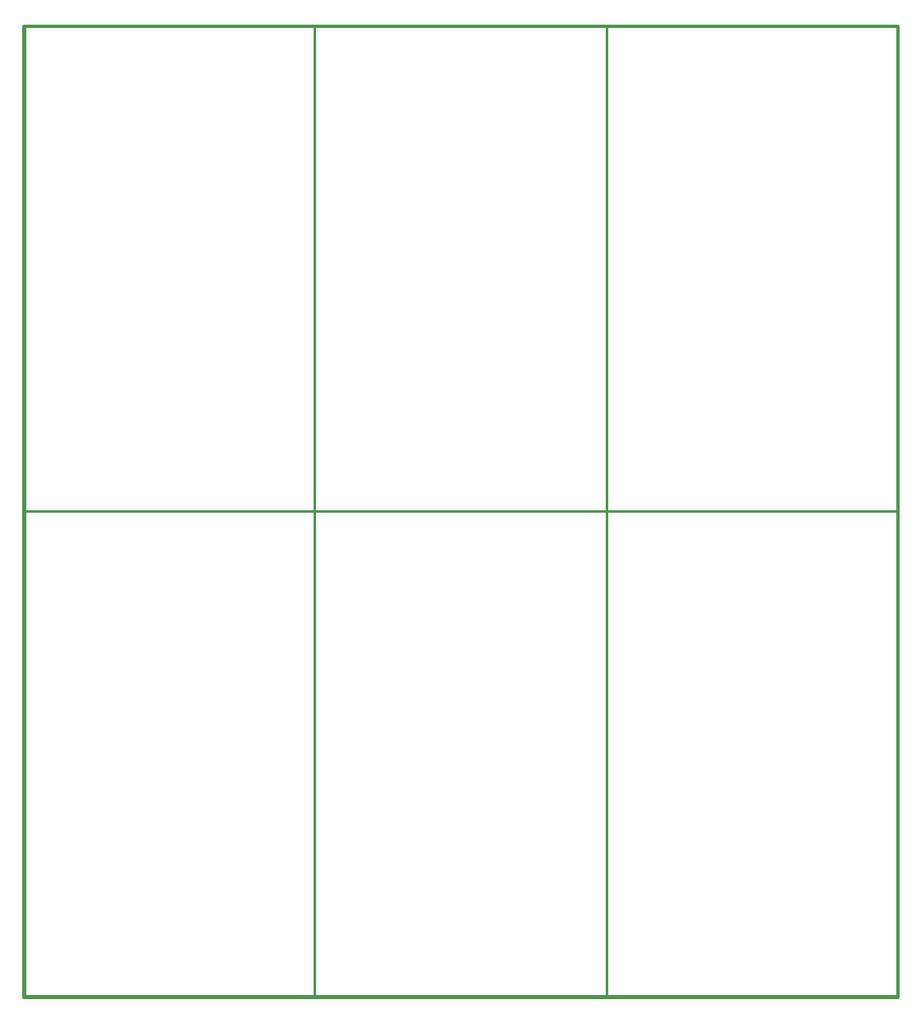
<source format=gko>
G04*
G04 #@! TF.GenerationSoftware,Altium Limited,Altium Designer,20.1.11 (218)*
G04*
G04 Layer_Color=16711935*
%FSLAX25Y25*%
%MOIN*%
G70*
G04*
G04 #@! TF.SameCoordinates,9421AAF7-A1CE-47F4-AB83-8062CB6876A7*
G04*
G04*
G04 #@! TF.FilePolarity,Positive*
G04*
G01*
G75*
%ADD19C,0.01000*%
D19*
X560700Y102500D02*
X560800Y102600D01*
Y494900D01*
X207600Y102500D02*
X560700D01*
X207600Y495200D02*
X207600Y102500D01*
X207600Y495200D02*
X560500D01*
X560800Y494900D01*
X443261Y102500D02*
X443261Y495200D01*
X325100D02*
X325100Y102500D01*
X207600Y298800D02*
X560800Y298800D01*
X207000Y298850D02*
X325110D01*
Y102000D02*
Y298850D01*
X207000Y102000D02*
X325110D01*
X207000D02*
Y298850D01*
X325110D02*
X443221D01*
Y102000D02*
Y298850D01*
X325110Y102000D02*
X443221D01*
X325110D02*
Y298850D01*
X443221D02*
X561331D01*
Y102000D02*
Y298850D01*
X443221Y102000D02*
X561331D01*
X443221D02*
Y298850D01*
X207000Y495701D02*
X325110D01*
Y298850D02*
Y495701D01*
X207000Y298850D02*
X325110D01*
X207000D02*
Y495701D01*
X325110D02*
X443221D01*
Y298850D02*
Y495701D01*
X325110Y298850D02*
X443221D01*
X325110D02*
Y495701D01*
X443221D02*
X561331D01*
Y298850D02*
Y495701D01*
X443221Y298850D02*
X561331D01*
X443221D02*
Y495701D01*
M02*

</source>
